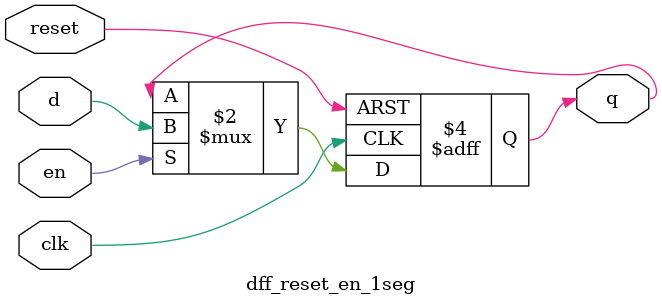
<source format=v>
`timescale 1ns / 1ps



module dff_reset_en_1seg  
      (
        input  clk,reset,
         input  en,
         input  d,
        output  reg  q  
    );
      
      always @(posedge clk,posedge reset) 
        begin   
          if (reset)	
q <= 1'b0;
	      else if(en)
		    q <= d; 
        end
     endmodule

</source>
